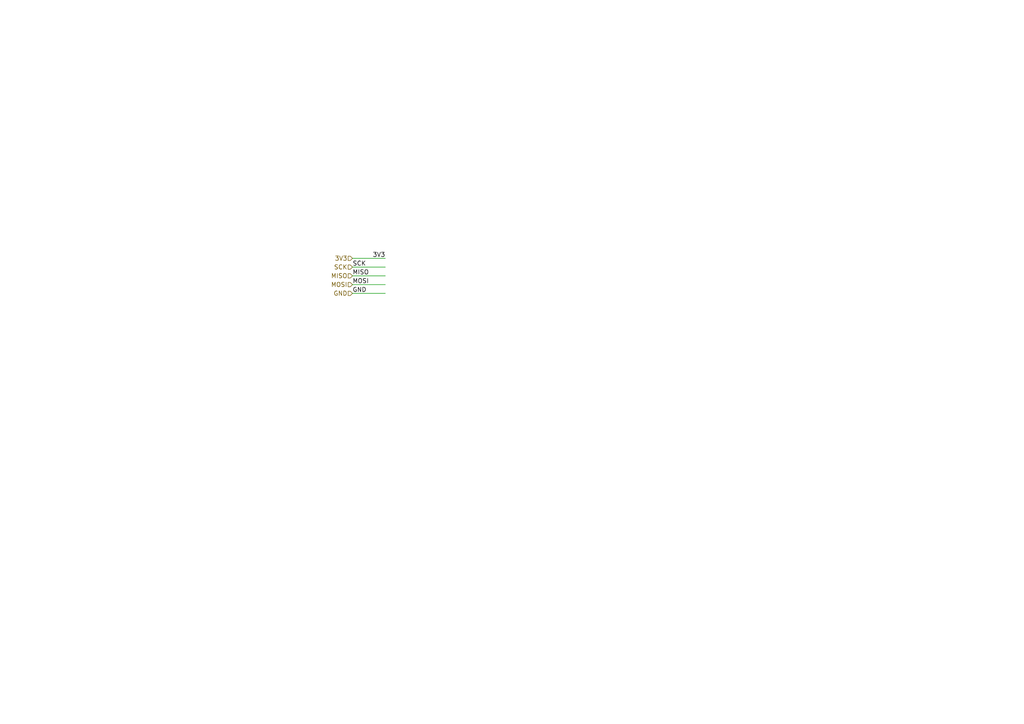
<source format=kicad_sch>
(kicad_sch (version 20200512) (host eeschema "5.99.0-unknown-57e35c9~88~ubuntu19.10.1")
  (page 1 7)
  (paper "A4")
  (lib_symbols)
  (wire (pts (xy 102.235 74.93) (xy 111.76 74.93)))
  (wire (pts (xy 102.235 77.47) (xy 111.76 77.47)))
  (wire (pts (xy 102.235 80.01) (xy 111.76 80.01)))
  (wire (pts (xy 102.235 82.55) (xy 111.76 82.55)))
  (wire (pts (xy 102.235 85.09) (xy 111.76 85.09)))
  (label "SCK" (at 102.235 77.47 0))
  (label "MISO" (at 102.235 80.01 0))
  (label "MOSI" (at 102.235 82.55 0))
  (label "GND" (at 102.235 85.09 0))
  (label "3V3" (at 111.76 74.93 180))
  (hierarchical_label "3V3" (shape input) (at 102.235 74.93 180))
  (hierarchical_label "SCK" (shape input) (at 102.235 77.47 180))
  (hierarchical_label "MISO" (shape input) (at 102.235 80.01 180))
  (hierarchical_label "MOSI" (shape input) (at 102.235 82.55 180))
  (hierarchical_label "GND" (shape input) (at 102.235 85.09 180))
)
</source>
